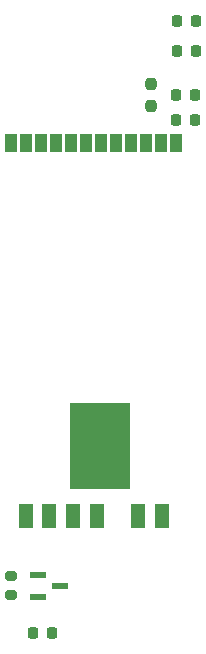
<source format=gtp>
%TF.GenerationSoftware,KiCad,Pcbnew,7.0.6*%
%TF.CreationDate,2024-05-06T19:07:49-07:00*%
%TF.ProjectId,2400_TCXO_RPi,32343030-5f54-4435-984f-5f5250692e6b,1.0*%
%TF.SameCoordinates,Original*%
%TF.FileFunction,Paste,Top*%
%TF.FilePolarity,Positive*%
%FSLAX46Y46*%
G04 Gerber Fmt 4.6, Leading zero omitted, Abs format (unit mm)*
G04 Created by KiCad (PCBNEW 7.0.6) date 2024-05-06 19:07:49*
%MOMM*%
%LPD*%
G01*
G04 APERTURE LIST*
G04 Aperture macros list*
%AMRoundRect*
0 Rectangle with rounded corners*
0 $1 Rounding radius*
0 $2 $3 $4 $5 $6 $7 $8 $9 X,Y pos of 4 corners*
0 Add a 4 corners polygon primitive as box body*
4,1,4,$2,$3,$4,$5,$6,$7,$8,$9,$2,$3,0*
0 Add four circle primitives for the rounded corners*
1,1,$1+$1,$2,$3*
1,1,$1+$1,$4,$5*
1,1,$1+$1,$6,$7*
1,1,$1+$1,$8,$9*
0 Add four rect primitives between the rounded corners*
20,1,$1+$1,$2,$3,$4,$5,0*
20,1,$1+$1,$4,$5,$6,$7,0*
20,1,$1+$1,$6,$7,$8,$9,0*
20,1,$1+$1,$8,$9,$2,$3,0*%
G04 Aperture macros list end*
%ADD10RoundRect,0.237500X-0.237500X0.250000X-0.237500X-0.250000X0.237500X-0.250000X0.237500X0.250000X0*%
%ADD11R,1.320800X0.558800*%
%ADD12RoundRect,0.225000X-0.225000X-0.250000X0.225000X-0.250000X0.225000X0.250000X-0.225000X0.250000X0*%
%ADD13RoundRect,0.218750X-0.218750X-0.256250X0.218750X-0.256250X0.218750X0.256250X-0.218750X0.256250X0*%
%ADD14R,0.975000X1.500000*%
%ADD15R,1.300000X2.000000*%
%ADD16R,5.100000X7.300000*%
%ADD17RoundRect,0.200000X0.275000X-0.200000X0.275000X0.200000X-0.275000X0.200000X-0.275000X-0.200000X0*%
G04 APERTURE END LIST*
D10*
%TO.C,R1*%
X143880000Y-64291000D03*
X143880000Y-62466000D03*
%TD*%
D11*
%TO.C,Q2*%
X134297700Y-103997500D03*
X134297700Y-105902500D03*
X136177300Y-104950000D03*
%TD*%
D12*
%TO.C,C13*%
X146140000Y-59642000D03*
X147690000Y-59642000D03*
%TD*%
D13*
%TO.C,D1*%
X133925000Y-108900000D03*
X135500000Y-108900000D03*
%TD*%
D12*
%TO.C,C10*%
X146050000Y-65500000D03*
X147600000Y-65500000D03*
%TD*%
D14*
%TO.C,U2*%
X146060000Y-67460000D03*
X144790000Y-67460000D03*
X143520000Y-67460000D03*
X142250000Y-67460000D03*
X140980000Y-67460000D03*
X139710000Y-67460000D03*
X138440000Y-67460000D03*
X137170000Y-67460000D03*
X135900000Y-67460000D03*
X134630000Y-67460000D03*
X133360000Y-67460000D03*
X132090000Y-67460000D03*
D15*
X133310000Y-99000000D03*
X135310000Y-99000000D03*
X137310000Y-99000000D03*
X139310000Y-99000000D03*
X142830000Y-99000000D03*
X144830000Y-99000000D03*
D16*
X139560000Y-93100000D03*
%TD*%
D17*
%TO.C,R10*%
X132012500Y-105700000D03*
X132012500Y-104050000D03*
%TD*%
D12*
%TO.C,C9*%
X146050000Y-63400000D03*
X147600000Y-63400000D03*
%TD*%
%TO.C,C12*%
X146140000Y-57132000D03*
X147690000Y-57132000D03*
%TD*%
M02*

</source>
